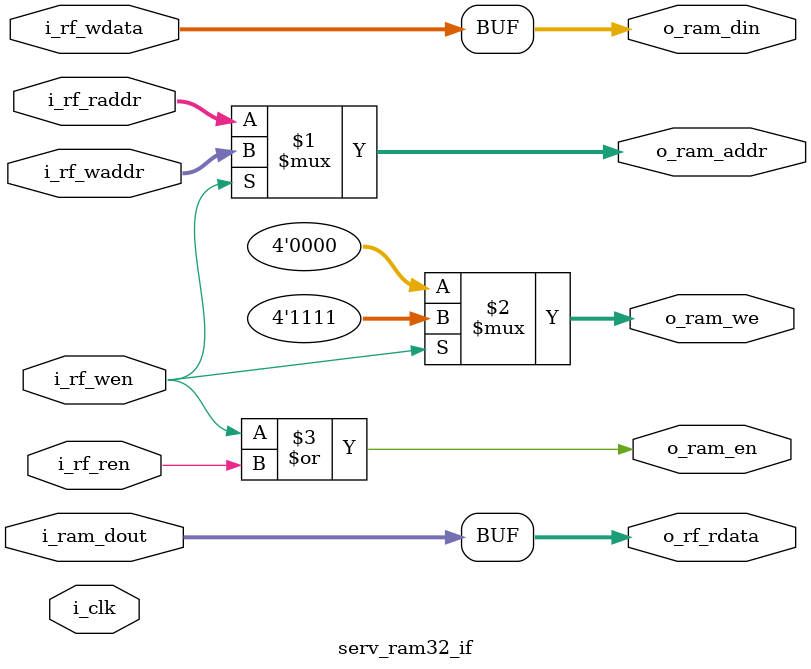
<source format=sv>
`default_nettype none
`timescale 1ns/1ps 
module serv_ram32_if
#(    
parameter     rf_width = 32,
parameter     rf_l2d = $clog2(rf_width))
  (
input wire                 i_clk,
// SERV RF SRAM Interface (32-bit)
input wire [rf_l2d-1:0]    i_rf_waddr,
input wire [31:0]          i_rf_wdata,
input wire                 i_rf_wen,
input wire [rf_l2d-1:0]    i_rf_raddr,
output wire [31:0]         o_rf_rdata,  // Changed from 'reg' to 'wire'
input wire                 i_rf_ren,
// RAM32 Interface (32-bit operations)
output wire [4:0]          o_ram_addr,
output wire [31:0]         o_ram_din,
output wire [3:0]          o_ram_we,
output wire                o_ram_en,
input wire [31:0]          i_ram_dout
);

// Read logic: Direct 32-bit passthrough
assign o_rf_rdata = i_ram_dout;

// RAM32 control - full 32-bit operations
assign o_ram_addr = i_rf_wen ? i_rf_waddr : i_rf_raddr;
assign o_ram_din = i_rf_wdata;
assign o_ram_we = i_rf_wen ? 4'b1111 : 4'b0000;
assign o_ram_en = i_rf_wen | i_rf_ren;

endmodule
`default_nettype wire
</source>
